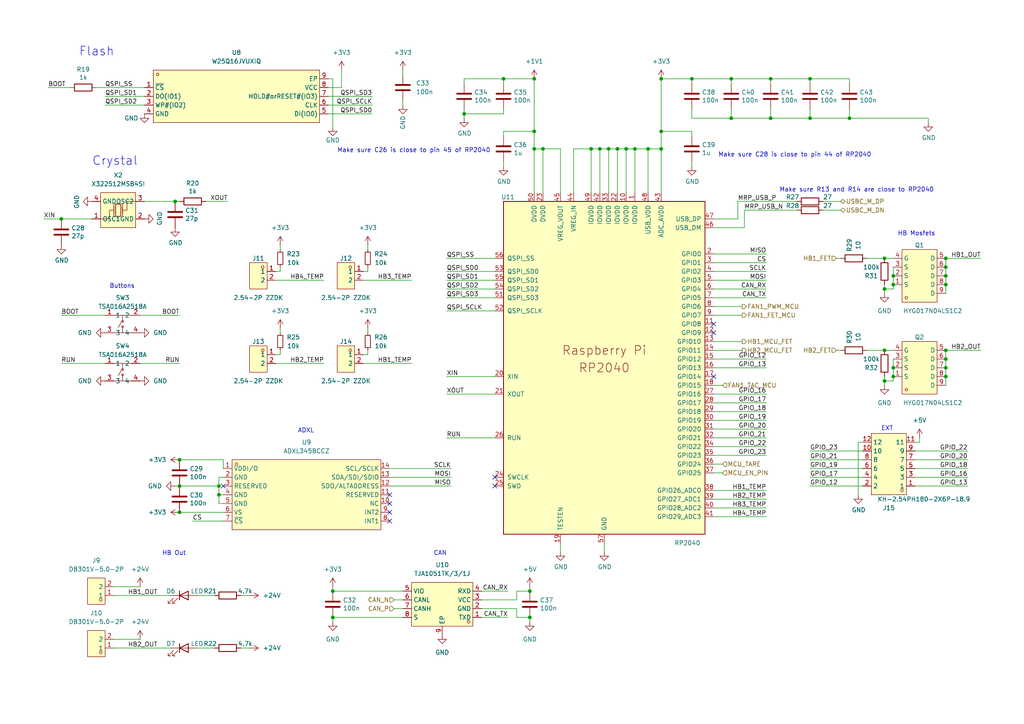
<source format=kicad_sch>
(kicad_sch (version 20230121) (generator eeschema)
  (paper "A4")
  (junction (at 256.54 110.49))
  (junction (at 246.38 34.29))
  (junction (at 96.52 171.45))
  (junction (at 274.32 82.55))
  (junction (at 274.32 77.47))
  (junction (at 191.77 38.1))
  (junction (at 212.09 34.29))
  (junction (at 274.32 109.22))
  (junction (at 179.07 43.18))
  (junction (at 256.54 74.93))
  (junction (at 259.08 80.01))
  (junction (at 50.8 58.42))
  (junction (at 52.07 140.97))
  (junction (at 274.32 106.68))
  (junction (at 154.94 43.18))
  (junction (at 191.77 43.18))
  (junction (at 146.05 22.86))
  (junction (at 212.09 22.86))
  (junction (at 187.96 43.18))
  (junction (at 259.08 109.22))
  (junction (at 157.48 43.18))
  (junction (at 154.94 22.86))
  (junction (at 154.94 38.1))
  (junction (at 191.77 22.86))
  (junction (at 223.52 34.29))
  (junction (at 274.32 104.14))
  (junction (at 274.32 101.6))
  (junction (at 181.61 43.18))
  (junction (at 17.78 63.5))
  (junction (at 134.62 33.02))
  (junction (at 153.67 171.45))
  (junction (at 256.54 101.6))
  (junction (at 274.32 80.01))
  (junction (at 223.52 22.86))
  (junction (at 52.07 133.35))
  (junction (at 153.67 179.07))
  (junction (at 256.54 83.82))
  (junction (at 176.53 43.18))
  (junction (at 171.45 43.18))
  (junction (at 274.32 74.93))
  (junction (at 259.08 106.68))
  (junction (at 200.66 22.86))
  (junction (at 234.95 22.86))
  (junction (at 96.52 179.07))
  (junction (at 173.99 43.18))
  (junction (at 52.07 148.59))
  (junction (at 234.95 34.29))
  (junction (at 184.15 43.18))
  (junction (at 63.5 143.51))
  (junction (at 63.5 140.97))
  (junction (at 259.08 82.55))
  (no_connect (at 207.01 93.98))
  (no_connect (at 113.03 146.05))
  (no_connect (at 207.01 96.52))
  (no_connect (at 113.03 151.13))
  (no_connect (at 143.51 140.97))
  (no_connect (at 207.01 109.22))
  (no_connect (at 113.03 143.51))
  (no_connect (at 64.77 140.97))
  (no_connect (at 113.03 148.59))
  (no_connect (at 143.51 138.43))
  (wire (pts (xy 17.78 63.5) (xy 26.67 63.5)))
  (wire (pts (xy 259.08 83.82) (xy 259.08 82.55)))
  (wire (pts (xy 259.08 82.55) (xy 259.08 80.01)))
  (wire (pts (xy 80.01 105.41) (xy 93.98 105.41)))
  (wire (pts (xy 129.54 83.82) (xy 143.51 83.82)))
  (wire (pts (xy 207.01 73.66) (xy 222.25 73.66)))
  (wire (pts (xy 146.05 22.86) (xy 154.94 22.86)))
  (wire (pts (xy 207.01 114.3) (xy 222.25 114.3)))
  (wire (pts (xy 179.07 55.88) (xy 179.07 43.18)))
  (wire (pts (xy 96.52 170.18) (xy 96.52 171.45)))
  (wire (pts (xy 212.09 31.75) (xy 212.09 34.29)))
  (wire (pts (xy 207.01 147.32) (xy 222.25 147.32)))
  (wire (pts (xy 207.01 129.54) (xy 222.25 129.54)))
  (wire (pts (xy 242.57 74.93) (xy 243.84 74.93)))
  (wire (pts (xy 17.78 91.44) (xy 30.48 91.44)))
  (wire (pts (xy 134.62 24.13) (xy 134.62 22.86)))
  (wire (pts (xy 33.02 170.18) (xy 40.64 170.18)))
  (wire (pts (xy 81.28 102.87) (xy 80.01 102.87)))
  (wire (pts (xy -39.37 25.4) (xy -30.48 25.4)))
  (wire (pts (xy 146.05 38.1) (xy 154.94 38.1)))
  (wire (pts (xy 234.95 31.75) (xy 234.95 34.29)))
  (wire (pts (xy 207.01 121.92) (xy 222.25 121.92)))
  (wire (pts (xy 40.64 105.41) (xy 52.07 105.41)))
  (wire (pts (xy 207.01 149.86) (xy 222.25 149.86)))
  (wire (pts (xy 81.28 71.12) (xy 81.28 72.39)))
  (wire (pts (xy 95.25 33.02) (xy 107.95 33.02)))
  (wire (pts (xy 207.01 106.68) (xy 222.25 106.68)))
  (wire (pts (xy 153.67 179.07) (xy 149.86 179.07)))
  (wire (pts (xy 223.52 24.13) (xy 223.52 22.86)))
  (wire (pts (xy 95.25 25.4) (xy 99.06 25.4)))
  (wire (pts (xy 250.19 130.81) (xy 234.95 130.81)))
  (wire (pts (xy 212.09 34.29) (xy 200.66 34.29)))
  (wire (pts (xy 176.53 55.88) (xy 176.53 43.18)))
  (wire (pts (xy 179.07 43.18) (xy 181.61 43.18)))
  (wire (pts (xy 30.48 30.48) (xy 41.91 30.48)))
  (wire (pts (xy 116.84 29.21) (xy 116.84 30.48)))
  (wire (pts (xy 81.28 78.74) (xy 81.28 77.47)))
  (wire (pts (xy -41.91 27.94) (xy -30.48 27.94)))
  (wire (pts (xy 50.8 58.42) (xy 52.07 58.42)))
  (wire (pts (xy 184.15 43.18) (xy 187.96 43.18)))
  (wire (pts (xy 280.67 130.81) (xy 265.43 130.81)))
  (wire (pts (xy 259.08 106.68) (xy 259.08 104.14)))
  (wire (pts (xy 106.68 95.25) (xy 106.68 96.52)))
  (wire (pts (xy 173.99 43.18) (xy 176.53 43.18)))
  (wire (pts (xy 280.67 140.97) (xy 265.43 140.97)))
  (wire (pts (xy 162.56 55.88) (xy 162.56 43.18)))
  (wire (pts (xy 274.32 109.22) (xy 274.32 106.68)))
  (wire (pts (xy 64.77 146.05) (xy 63.5 146.05)))
  (wire (pts (xy 176.53 43.18) (xy 179.07 43.18)))
  (wire (pts (xy 251.46 74.93) (xy 256.54 74.93)))
  (wire (pts (xy 57.15 172.72) (xy 62.23 172.72)))
  (wire (pts (xy 30.48 27.94) (xy 41.91 27.94)))
  (wire (pts (xy 250.19 140.97) (xy 234.95 140.97)))
  (wire (pts (xy 129.54 81.28) (xy 143.51 81.28)))
  (wire (pts (xy 40.64 91.44) (xy 52.07 91.44)))
  (wire (pts (xy 52.07 133.35) (xy 64.77 133.35)))
  (wire (pts (xy 162.56 157.48) (xy 162.56 160.02)))
  (wire (pts (xy 57.15 187.96) (xy 62.23 187.96)))
  (wire (pts (xy 166.37 43.18) (xy 171.45 43.18)))
  (wire (pts (xy 207.01 142.24) (xy 222.25 142.24)))
  (wire (pts (xy 274.32 104.14) (xy 274.32 101.6)))
  (wire (pts (xy 143.51 114.3) (xy 129.54 114.3)))
  (wire (pts (xy 212.09 24.13) (xy 212.09 22.86)))
  (wire (pts (xy 106.68 77.47) (xy 106.68 78.74)))
  (wire (pts (xy 248.92 128.27) (xy 250.19 128.27)))
  (wire (pts (xy 274.32 101.6) (xy 284.48 101.6)))
  (wire (pts (xy 280.67 135.89) (xy 265.43 135.89)))
  (wire (pts (xy 72.39 187.96) (xy 69.85 187.96)))
  (wire (pts (xy 213.995 58.42) (xy 231.14 58.42)))
  (wire (pts (xy 207.01 86.36) (xy 222.25 86.36)))
  (wire (pts (xy 27.94 25.4) (xy 41.91 25.4)))
  (wire (pts (xy 200.66 39.37) (xy 200.66 38.1)))
  (wire (pts (xy 207.01 111.76) (xy 209.55 111.76)))
  (wire (pts (xy 129.54 86.36) (xy 143.51 86.36)))
  (wire (pts (xy 95.25 30.48) (xy 107.95 30.48)))
  (wire (pts (xy 134.62 33.02) (xy 146.05 33.02)))
  (wire (pts (xy 187.96 55.88) (xy 187.96 43.18)))
  (wire (pts (xy 149.86 179.07) (xy 149.86 176.53)))
  (wire (pts (xy 175.26 157.48) (xy 175.26 160.02)))
  (wire (pts (xy 207.01 119.38) (xy 222.25 119.38)))
  (wire (pts (xy 153.67 171.45) (xy 153.67 170.18)))
  (wire (pts (xy 234.95 24.13) (xy 234.95 22.86)))
  (wire (pts (xy 246.38 24.13) (xy 246.38 22.86)))
  (wire (pts (xy 64.77 133.35) (xy 64.77 135.89)))
  (wire (pts (xy 52.07 148.59) (xy 64.77 148.59)))
  (wire (pts (xy 207.01 116.84) (xy 222.25 116.84)))
  (wire (pts (xy 266.7 128.27) (xy 266.7 127)))
  (wire (pts (xy 200.66 24.13) (xy 200.66 22.86)))
  (wire (pts (xy 154.94 22.86) (xy 154.94 38.1)))
  (wire (pts (xy 129.54 78.74) (xy 143.51 78.74)))
  (wire (pts (xy 274.32 74.93) (xy 284.48 74.93)))
  (wire (pts (xy 259.08 110.49) (xy 259.08 109.22)))
  (wire (pts (xy 154.94 43.18) (xy 154.94 55.88)))
  (wire (pts (xy 139.7 173.99) (xy 149.86 173.99)))
  (wire (pts (xy 17.78 105.41) (xy 30.48 105.41)))
  (wire (pts (xy 146.05 46.99) (xy 146.05 48.26)))
  (wire (pts (xy 63.5 143.51) (xy 63.5 140.97)))
  (wire (pts (xy 256.54 110.49) (xy 256.54 109.22)))
  (wire (pts (xy 106.68 101.6) (xy 106.68 102.87)))
  (wire (pts (xy 248.92 128.27) (xy 248.92 143.51)))
  (wire (pts (xy 171.45 55.88) (xy 171.45 43.18)))
  (wire (pts (xy 191.77 22.86) (xy 191.77 38.1)))
  (wire (pts (xy 191.77 43.18) (xy 191.77 55.88)))
  (wire (pts (xy 105.41 105.41) (xy 119.38 105.41)))
  (wire (pts (xy -30.48 22.86) (xy -39.37 22.86)))
  (wire (pts (xy 81.28 78.74) (xy 80.01 78.74)))
  (wire (pts (xy 207.01 124.46) (xy 222.25 124.46)))
  (wire (pts (xy 106.68 78.74) (xy 105.41 78.74)))
  (wire (pts (xy 96.52 171.45) (xy 116.84 171.45)))
  (wire (pts (xy 63.5 143.51) (xy 64.77 143.51)))
  (wire (pts (xy 200.66 22.86) (xy 212.09 22.86)))
  (wire (pts (xy 200.66 31.75) (xy 200.66 34.29)))
  (wire (pts (xy 207.01 104.14) (xy 222.25 104.14)))
  (wire (pts (xy 274.32 85.09) (xy 274.32 82.55)))
  (wire (pts (xy 259.08 80.01) (xy 259.08 77.47)))
  (wire (pts (xy 52.07 140.97) (xy 63.5 140.97)))
  (wire (pts (xy 113.03 140.97) (xy 130.81 140.97)))
  (wire (pts (xy 243.84 101.6) (xy 242.57 101.6)))
  (wire (pts (xy 191.77 22.86) (xy 200.66 22.86)))
  (wire (pts (xy 166.37 55.88) (xy 166.37 43.18)))
  (wire (pts (xy 63.5 138.43) (xy 64.77 138.43)))
  (wire (pts (xy 116.84 20.32) (xy 116.84 21.59)))
  (wire (pts (xy 207.01 63.5) (xy 213.995 63.5)))
  (wire (pts (xy 162.56 43.18) (xy 157.48 43.18)))
  (wire (pts (xy 33.02 185.42) (xy 40.64 185.42)))
  (wire (pts (xy 238.76 60.96) (xy 243.84 60.96)))
  (wire (pts (xy -41.91 26.67) (xy -41.91 27.94)))
  (wire (pts (xy 41.91 58.42) (xy 50.8 58.42)))
  (wire (pts (xy 207.01 144.78) (xy 222.25 144.78)))
  (wire (pts (xy 63.5 146.05) (xy 63.5 143.51)))
  (wire (pts (xy 134.62 33.02) (xy 134.62 34.29)))
  (wire (pts (xy 256.54 83.82) (xy 256.54 82.55)))
  (wire (pts (xy 223.52 31.75) (xy 223.52 34.29)))
  (wire (pts (xy 20.32 25.4) (xy 13.97 25.4)))
  (wire (pts (xy 139.7 171.45) (xy 147.32 171.45)))
  (wire (pts (xy 134.62 31.75) (xy 134.62 33.02)))
  (wire (pts (xy 106.68 102.87) (xy 105.41 102.87)))
  (wire (pts (xy 207.01 76.2) (xy 222.25 76.2)))
  (wire (pts (xy 81.28 101.6) (xy 81.28 102.87)))
  (wire (pts (xy 207.01 101.6) (xy 215.265 101.6)))
  (wire (pts (xy 223.52 22.86) (xy 234.95 22.86)))
  (wire (pts (xy 181.61 43.18) (xy 184.15 43.18)))
  (wire (pts (xy 157.48 55.88) (xy 157.48 43.18)))
  (wire (pts (xy 146.05 39.37) (xy 146.05 38.1)))
  (wire (pts (xy 274.32 80.01) (xy 274.32 77.47)))
  (wire (pts (xy 96.52 180.34) (xy 96.52 179.07)))
  (wire (pts (xy 215.9 60.96) (xy 215.9 66.04)))
  (wire (pts (xy 200.66 46.99) (xy 200.66 48.26)))
  (wire (pts (xy 207.01 81.28) (xy 222.25 81.28)))
  (wire (pts (xy 274.32 111.76) (xy 274.32 109.22)))
  (wire (pts (xy 213.995 58.42) (xy 213.995 63.5)))
  (wire (pts (xy 143.51 74.93) (xy 129.54 74.93)))
  (wire (pts (xy 250.19 133.35) (xy 234.95 133.35)))
  (wire (pts (xy 173.99 55.88) (xy 173.99 43.18)))
  (wire (pts (xy 207.01 88.9) (xy 215.265 88.9)))
  (wire (pts (xy 207.01 127) (xy 222.25 127)))
  (wire (pts (xy 154.94 38.1) (xy 154.94 43.18)))
  (wire (pts (xy 99.06 20.32) (xy 99.06 25.4)))
  (wire (pts (xy 149.86 176.53) (xy 139.7 176.53)))
  (wire (pts (xy 207.01 132.08) (xy 222.25 132.08)))
  (wire (pts (xy 149.86 173.99) (xy 149.86 171.45)))
  (wire (pts (xy -35.56 20.32) (xy -30.48 20.32)))
  (wire (pts (xy 250.19 138.43) (xy 234.95 138.43)))
  (wire (pts (xy 72.39 172.72) (xy 69.85 172.72)))
  (wire (pts (xy 33.02 187.96) (xy 49.53 187.96)))
  (wire (pts (xy 96.52 22.86) (xy 95.25 22.86)))
  (wire (pts (xy 114.3 173.99) (xy 116.84 173.99)))
  (wire (pts (xy 113.03 135.89) (xy 130.81 135.89)))
  (wire (pts (xy 207.01 134.62) (xy 209.55 134.62)))
  (wire (pts (xy 143.51 90.17) (xy 129.54 90.17)))
  (wire (pts (xy 246.38 34.29) (xy 269.24 34.29)))
  (wire (pts (xy 146.05 33.02) (xy 146.05 31.75)))
  (wire (pts (xy 246.38 31.75) (xy 246.38 34.29)))
  (wire (pts (xy 256.54 101.6) (xy 259.08 101.6)))
  (wire (pts (xy 256.54 111.76) (xy 256.54 110.49)))
  (wire (pts (xy 149.86 171.45) (xy 153.67 171.45)))
  (wire (pts (xy 238.76 58.42) (xy 243.84 58.42)))
  (wire (pts (xy 269.24 34.29) (xy 269.24 35.56)))
  (wire (pts (xy 256.54 74.93) (xy 259.08 74.93)))
  (wire (pts (xy 139.7 179.07) (xy 147.32 179.07)))
  (wire (pts (xy 171.45 43.18) (xy 173.99 43.18)))
  (wire (pts (xy 143.51 127) (xy 129.54 127)))
  (wire (pts (xy 251.46 101.6) (xy 256.54 101.6)))
  (wire (pts (xy 81.28 95.25) (xy 81.28 96.52)))
  (wire (pts (xy 96.52 22.86) (xy 96.52 36.83)))
  (wire (pts (xy 157.48 43.18) (xy 154.94 43.18)))
  (wire (pts (xy 207.01 78.74) (xy 222.25 78.74)))
  (wire (pts (xy 184.15 43.18) (xy 184.15 55.88)))
  (wire (pts (xy 207.01 83.82) (xy 222.25 83.82)))
  (wire (pts (xy 55.88 151.13) (xy 64.77 151.13)))
  (wire (pts (xy 207.01 99.06) (xy 215.265 99.06)))
  (wire (pts (xy 256.54 83.82) (xy 259.08 83.82)))
  (wire (pts (xy 207.01 137.16) (xy 209.55 137.16)))
  (wire (pts (xy 234.95 22.86) (xy 246.38 22.86)))
  (wire (pts (xy 207.01 91.44) (xy 215.265 91.44)))
  (wire (pts (xy 234.95 34.29) (xy 223.52 34.29)))
  (wire (pts (xy 95.25 27.94) (xy 107.95 27.94)))
  (wire (pts (xy 113.03 138.43) (xy 130.81 138.43)))
  (wire (pts (xy 50.8 140.97) (xy 52.07 140.97)))
  (wire (pts (xy 280.67 138.43) (xy 265.43 138.43)))
  (wire (pts (xy 134.62 22.86) (xy 146.05 22.86)))
  (wire (pts (xy 250.19 135.89) (xy 234.95 135.89)))
  (wire (pts (xy 215.9 60.96) (xy 231.14 60.96)))
  (wire (pts (xy 146.05 24.13) (xy 146.05 22.86)))
  (wire (pts (xy 106.68 71.12) (xy 106.68 72.39)))
  (wire (pts (xy 274.32 77.47) (xy 274.32 74.93)))
  (wire (pts (xy 223.52 34.29) (xy 212.09 34.29)))
  (wire (pts (xy 274.32 82.55) (xy 274.32 80.01)))
  (wire (pts (xy 266.7 128.27) (xy 265.43 128.27)))
  (wire (pts (xy 153.67 180.34) (xy 153.67 179.07)))
  (wire (pts (xy 105.41 81.28) (xy 119.38 81.28)))
  (wire (pts (xy 256.54 83.82) (xy 256.54 85.09)))
  (wire (pts (xy 114.3 176.53) (xy 116.84 176.53)))
  (wire (pts (xy 80.01 81.28) (xy 93.98 81.28)))
  (wire (pts (xy 187.96 43.18) (xy 191.77 43.18)))
  (wire (pts (xy 33.02 172.72) (xy 49.53 172.72)))
  (wire (pts (xy 96.52 179.07) (xy 116.84 179.07)))
  (wire (pts (xy 259.08 109.22) (xy 259.08 106.68)))
  (wire (pts (xy 191.77 38.1) (xy 200.66 38.1)))
  (wire (pts (xy 12.7 63.5) (xy 17.78 63.5)))
  (wire (pts (xy 129.54 109.22) (xy 143.51 109.22)))
  (wire (pts (xy 63.5 140.97) (xy 63.5 138.43)))
  (wire (pts (xy 215.9 66.04) (xy 207.01 66.04)))
  (wire (pts (xy 274.32 106.68) (xy 274.32 104.14)))
  (wire (pts (xy 256.54 110.49) (xy 259.08 110.49)))
  (wire (pts (xy 212.09 22.86) (xy 223.52 22.86)))
  (wire (pts (xy 246.38 34.29) (xy 234.95 34.29)))
  (wire (pts (xy 181.61 55.88) (xy 181.61 43.18)))
  (wire (pts (xy 191.77 38.1) (xy 191.77 43.18)))
  (wire (pts (xy 280.67 133.35) (xy 265.43 133.35)))
  (wire (pts (xy 59.69 58.42) (xy 66.04 58.42)))
  (text "ADXL" (at 86.36 125.73 0) (effects (font (size 1.27 1.27)) (justify left bottom)))
  (text "CAN" (at 125.73 161.29 0) (effects (font (size 1.27 1.27)) (justify left bottom)))
  (text "Make sure R13 and R14 are close to RP2040" (at 226.06 55.88 0) (effects (font (size 1.27 1.27)) (justify left bottom)))
  (text "Flash" (at 22.86 16.51 0) (effects (font (size 2.54 2.54)) (justify left bottom)))
  (text "EXT" (at 259.08 125.095 0) (effects (font (size 1.27 1.27)) (justify right bottom)))
  (text "Make sure C26 is close to pin 45 of RP2040" (at 97.79 44.45 0) (effects (font (size 1.27 1.27)) (justify left bottom)))
  (text "Buttons" (at 31.75 83.82 0) (effects (font (size 1.27 1.27)) (justify left bottom)))
  (text "Make sure C28 is close to pin 44 of RP2040" (at 208.28 45.72 0) (effects (font (size 1.27 1.27)) (justify left bottom)))
  (text "HB Mosfets" (at 260.35 68.58 0) (effects (font (size 1.27 1.27)) (justify left bottom)))
  (text "Crystal" (at 26.67 48.26 0) (effects (font (size 2.54 2.54)) (justify left bottom)))
  (text "HB Out" (at 46.99 161.29 0) (effects (font (size 1.27 1.27)) (justify left bottom)))
  (label "GPIO_17" (at 222.25 116.84 180))
  (label "GPIO_16" (at 280.67 138.43 180))
  (label "QSPI_SD1" (at 30.48 27.94 0))
  (label "HB4_TEMP" (at 93.98 81.28 180))
  (label "RUN" (at -39.37 25.4 0))
  (label "QSPI_SS" (at 30.48 25.4 0))
  (label "XIN" (at 129.54 109.22 0))
  (label "HB2_TEMP" (at 93.98 105.41 180))
  (label "GPIO_20" (at 280.67 133.35 180))
  (label "QSPI_SS" (at 129.54 74.93 0))
  (label "MISO" (at 222.25 73.66 180))
  (label "QSPI_SD3" (at 129.54 86.36 0))
  (label "CAN_RX" (at 147.32 171.45 180))
  (label "GPIO_16" (at 222.25 114.3 180))
  (label "CS" (at 55.88 151.13 0))
  (label "GPIO_19" (at 234.95 135.89 0))
  (label "HB3_TEMP" (at 119.38 81.28 180))
  (label "MISO" (at 130.81 140.97 180))
  (label "QSPI_SD3" (at 107.95 27.94 180))
  (label "SCLK" (at 130.81 135.89 180))
  (label "HB1_TEMP" (at 222.25 142.24 180))
  (label "HB1_TEMP" (at 119.38 105.41 180))
  (label "GPIO_21" (at 234.95 133.35 0))
  (label "GPIO_23" (at 234.95 130.81 0))
  (label "RUN" (at 129.54 127 0))
  (label "HB4_TEMP" (at 222.25 149.86 180))
  (label "GPIO_13" (at 280.67 140.97 180))
  (label "RUN" (at 52.07 105.41 180))
  (label "GPIO_19" (at 222.25 121.92 180))
  (label "HB1_OUT" (at 45.72 172.72 180))
  (label "QSPI_SCLK" (at 107.95 30.48 180))
  (label "GPIO_17" (at 234.95 138.43 0))
  (label "GPIO_12" (at 234.95 140.97 0))
  (label "QSPI_SD0" (at 129.54 78.74 0))
  (label "QSPI_SD2" (at 129.54 83.82 0))
  (label "XIN" (at -35.56 20.32 0))
  (label "HB3_TEMP" (at 222.25 147.32 180))
  (label "QSPI_SD1" (at 129.54 81.28 0))
  (label "CAN_RX" (at 222.25 83.82 180))
  (label "BOOT" (at 13.97 25.4 0))
  (label "GPIO_20" (at 222.25 124.46 180))
  (label "QSPI_SS" (at -39.37 22.86 0))
  (label "CAN_TX" (at 147.32 179.07 180))
  (label "CAN_TX" (at 222.25 86.36 180))
  (label "HB2_TEMP" (at 222.25 144.78 180))
  (label "GPIO_18" (at 280.67 135.89 180))
  (label "GPIO_13" (at 222.25 106.68 180))
  (label "BOOT" (at 17.78 91.44 0))
  (label "MRP_USB_N" (at 215.9 60.96 0))
  (label "HB1_OUT" (at 284.48 74.93 180))
  (label "SCLK" (at 222.25 78.74 180))
  (label "MRP_USB_P" (at 213.995 58.42 0))
  (label "XOUT" (at 129.54 114.3 0))
  (label "GPIO_21" (at 222.25 127 180))
  (label "MOSI" (at 130.81 138.43 180))
  (label "GPIO_23" (at 222.25 132.08 180))
  (label "QSPI_SD2" (at 30.48 30.48 0))
  (label "XIN" (at 12.7 63.5 0))
  (label "HB2_OUT" (at 284.48 101.6 180))
  (label "XOUT" (at 66.04 58.42 180))
  (label "GPIO_18" (at 222.25 119.38 180))
  (label "RUN" (at 17.78 105.41 0))
  (label "MOSI" (at 222.25 81.28 180))
  (label "QSPI_SCLK" (at 129.54 90.17 0))
  (label "GPIO_22" (at 280.67 130.81 180))
  (label "GPIO_12" (at 222.25 104.14 180))
  (label "GPIO_22" (at 222.25 129.54 180))
  (label "BOOT" (at 52.07 91.44 180))
  (label "QSPI_SD0" (at 107.95 33.02 180))
  (label "HB2_OUT" (at 45.72 187.96 180))
  (label "CS" (at 222.25 76.2 180))
  (hierarchical_label "HB1_FET" (shape input) (at 242.57 74.93 180))
  (hierarchical_label "USBC_M_DN" (shape bidirectional) (at 243.84 60.96 0))
  (hierarchical_label "MCU_EN_PIN" (shape input) (at 209.55 137.16 0))
  (hierarchical_label "USBC_M_DP" (shape bidirectional) (at 243.84 58.42 0))
  (hierarchical_label "CAN_P" (shape input) (at 114.3 176.53 180))
  (hierarchical_label "HB2_MCU_FET" (shape output) (at 215.265 101.6 0))
  (hierarchical_label "FAN1_TAC_MCU" (shape input) (at 209.55 111.76 0))
  (hierarchical_label "FAN1_FET_MCU" (shape output) (at 215.265 91.44 0))
  (hierarchical_label "CAN_N" (shape input) (at 114.3 173.99 180))
  (hierarchical_label "MCU_TARE" (shape input) (at 209.55 134.62 0))
  (hierarchical_label "HB1_MCU_FET" (shape output) (at 215.265 99.06 0))
  (hierarchical_label "FAN1_PWM_MCU" (shape output) (at 215.265 88.9 0))
  (hierarchical_label "HB2_FET" (shape input) (at 242.57 101.6 180))
  (symbol (lib_id "power:+3V3") (at 99.06 20.32 0) (unit 1)
    (property "Reference" "#PWR080" (effects hide))
    (property "Value" "+3V3" (at 99.06 15.24 0))
  )
  (symbol (lib_id "Device:C") (at 153.67 175.26 0) (unit 1)
    (property "Reference" "C37" (at 156.591 174.0916 0) (effects (justify left)))
    (property "Value" "100n" (at 156.591 176.403 0) (effects (justify left)))
    (property "Footprint" "Capacitor_SMD:C_0402_1005Metric" (effects hide))
    (instances (project "BedMCU" (path "" (reference "C37") (unit 1))) (project "RP2040_minimal" (path "" (reference "C6") (unit 1))))
  )
  (symbol (lib_id "Device:R") (at 247.65 101.6 90) (mirror x) (unit 1)
    (property "Reference" "R30" (at 246.38 97.79 0))
    (property "Value" "10" (at 248.92 97.79 0))
    (property "Footprint" "Resistor_SMD:R_0402_1005Metric" (effects hide))
    (instances (project "BedMCU" (path "" (reference "R30") (unit 1))) (project "RP2040_minimal" (path "" (reference "R4") (unit 1))))
  )
  (symbol (lib_id "easyeda2kicad:2.54-2PZZDK") (at 74.93 80.01 0) (mirror y) (unit 1)
    (property "Reference" "J11" (at 74.93 74.93 0))
    (property "Value" "2.54-2P ZZDK" (at 74.93 86.36 0))
    (property "Footprint" "Connector_JST:JST_XH_B2B-XH-A_1x02_P2.50mm_Vertical" (effects hide))
    (property "LCSC Part" "C18185649" (effects hide))
  )
  (symbol (lib_id "Device:R") (at 234.95 60.96 270) (unit 1)
    (property "Reference" "R28" (at 229.87 59.69 90))
    (property "Value" "27" (at 240.03 59.69 90))
    (property "Footprint" "Resistor_SMD:R_0402_1005Metric" (effects hide))
    (instances (project "BedMCU" (path "" (reference "R28") (unit 1))) (project "RP2040_minimal" (path "" (reference "R4") (unit 1))))
  )
  (symbol (lib_id "Device:C") (at 17.78 67.31 0) (unit 1)
    (property "Reference" "C28" (at 20.701 66.1416 0) (effects (justify left)))
    (property "Value" "27p" (at 20.701 68.453 0) (effects (justify left)))
    (property "Footprint" "Capacitor_SMD:C_0402_1005Metric" (effects hide))
    (instances (project "BedMCU" (path "" (reference "C28") (unit 1))) (project "RP2040_minimal" (path "" (reference "C3") (unit 1))))
  )
  (symbol (lib_id "Device:R_Small") (at 81.28 74.93 0) (mirror y) (unit 1)
    (property "Reference" "R23" (at 85.09 73.66 0))
    (property "Value" "10k" (at 85.09 76.2 0))
    (property "Footprint" "Resistor_SMD:R_0402_1005Metric" (effects hide))
  )
  (symbol (lib_id "Device:R") (at 247.65 74.93 90) (mirror x) (unit 1)
    (property "Reference" "R29" (at 246.38 71.12 0))
    (property "Value" "10" (at 248.92 71.12 0))
    (property "Footprint" "Resistor_SMD:R_0402_1005Metric" (effects hide))
    (instances (project "BedMCU" (path "" (reference "R29") (unit 1))) (project "RP2040_minimal" (path "" (reference "R4") (unit 1))))
  )
  (symbol (lib_id "Device:C") (at 200.66 43.18 0) (unit 1)
    (property "Reference" "C39" (at 203.581 42.0116 0) (effects (justify left)))
    (property "Value" "1u" (at 203.581 44.323 0) (effects (justify left)))
    (property "Footprint" "Capacitor_SMD:C_0402_1005Metric" (effects hide))
    (instances (project "BedMCU" (path "" (reference "C39") (unit 1))) (project "RP2040_minimal" (path "" (reference "C10") (unit 1))))
  )
  (symbol (lib_id "power:GND") (at 96.52 36.83 0) (unit 1)
    (property "Reference" "#PWR077" (effects hide))
    (property "Value" "GND" (at 96.52 40.64 0))
    (instances (project "BedMCU" (path "" (reference "#PWR077") (unit 1))) (project "RP2040_minimal" (path "" (reference "#PWR08") (unit 1))))
  )
  (symbol (lib_id "power:+1V1") (at -41.91 26.67 0) (unit 1)
    (property "Reference" "#PWR0132" (effects hide))
    (property "Value" "+1V1" (at -41.91 21.59 0))
  )
  (symbol (lib_id "power:+24V") (at 40.64 170.18 0) (unit 1)
    (property "Reference" "#PWR066" (effects hide))
    (property "Value" "+24V" (at 40.64 165.1 0))
  )
  (symbol (lib_id "easyeda2kicad:W25Q16JVUXIQ") (at 68.58 29.21 0) (unit 1)
    (property "Reference" "U8" (at 68.58 15.24 0))
    (property "Value" "W25Q16JVUXIQ" (at 68.58 17.78 0))
    (property "Footprint" "easyeda2kicad:USON-8_L3.0-W2.0-P0.50-BL-EP" (effects hide))
    (property "LCSC Part" "C2843335" (effects hide))
  )
  (symbol (lib_id "power:GND") (at 40.64 96.52 90) (unit 1)
    (property "Reference" "#PWR069" (effects hide))
    (property "Value" "GND" (at 44.45 96.52 90) (effects (justify right)))
  )
  (symbol (lib_id "power:GND") (at 128.27 184.15 0) (unit 1)
    (property "Reference" "#PWR086" (effects hide))
    (property "Value" "GND" (at 128.27 189.23 0))
  )
  (symbol (lib_id "Device:R") (at 66.04 172.72 90) (unit 1)
    (property "Reference" "R21" (at 60.96 171.45 90))
    (property "Value" "4.7k" (at 71.12 171.45 90))
    (property "Footprint" "Resistor_SMD:R_0402_1005Metric" (effects hide))
    (instances (project "BedMCU" (path "" (reference "R21") (unit 1))) (project "RP2040_minimal" (path "" (reference "R4") (unit 1))))
  )
  (symbol (lib_id "Connector:TestPoint") (at -30.48 27.94 270) (unit 1)
    (property "Reference" "TP18" (at -21.59 27.94 90) (effects (justify right)))
    (property "Value" "TestPoint" (effects hide))
    (property "Footprint" "Selfmade Stuff:TestPoint_Pad_D0.7mm_NoSilk" (effects hide))
  )
  (symbol (lib_id "power:+3V3") (at 81.28 71.12 0) (mirror y) (unit 1)
    (property "Reference" "#PWR081" (effects hide))
    (property "Value" "+3V3" (at 81.28 66.04 0))
  )
  (symbol (lib_id "power:GND") (at 50.8 140.97 270) (unit 1)
    (property "Reference" "#PWR071" (effects hide))
    (property "Value" "GND" (at 46.99 140.97 90) (effects (justify right)))
  )
  (symbol (lib_id "power:GND") (at 41.91 63.5 90) (unit 1)
    (property "Reference" "#PWR072" (effects hide))
    (property "Value" "GND" (at 46.3042 63.373 0))
    (instances (project "BedMCU" (path "" (reference "#PWR072") (unit 1))) (project "RP2040_minimal" (path "" (reference "#PWR06") (unit 1))))
  )
  (symbol (lib_id "easyeda2kicad:TSA016A2518A") (at 35.56 107.95 0) (unit 1)
    (property "Reference" "SW4" (at 35.56 100.33 0))
    (property "Value" "TSA016A2518A" (at 35.56 102.87 0))
    (property "Footprint" "easyeda2kicad:KEY-SMD_4P-L4.2-W3.4-P2.15-LS4.5-TL" (effects hide))
    (property "LCSC Part" "C2888427" (effects hide))
  )
  (symbol (lib_id "Connector:TestPoint") (at -30.48 20.32 270) (unit 1)
    (property "Reference" "TP15" (at -21.59 20.32 90) (effects (justify right)))
    (property "Value" "TestPoint" (effects hide))
    (property "Footprint" "Selfmade Stuff:TestPoint_Pad_D0.7mm_NoSilk" (effects hide))
  )
  (symbol (lib_id "power:GND") (at 41.91 33.02 0) (unit 1)
    (property "Reference" "#PWR068" (effects hide))
    (property "Value" "GND" (at 38.1 34.29 0))
    (instances (project "BedMCU" (path "" (reference "#PWR068") (unit 1))) (project "RP2040_minimal" (path "" (reference "#PWR08") (unit 1))))
  )
  (symbol (lib_id "power:GND") (at 256.54 111.76 0) (mirror y) (unit 1)
    (property "Reference" "#PWR098" (effects hide))
    (property "Value" "GND" (at 256.54 116.84 0))
  )
  (symbol (lib_id "power:+3V3") (at 81.28 95.25 0) (mirror y) (unit 1)
    (property "Reference" "#PWR083" (effects hide))
    (property "Value" "+3V3" (at 81.28 90.17 0))
  )
  (symbol (lib_id "Device:C") (at 212.09 27.94 0) (unit 1)
    (property "Reference" "C40" (at 215.011 26.7716 0) (effects (justify left)))
    (property "Value" "100n" (at 215.011 29.083 0) (effects (justify left)))
    (property "Footprint" "Capacitor_SMD:C_0402_1005Metric" (effects hide))
    (instances (project "BedMCU" (path "" (reference "C40") (unit 1))) (project "RP2040_minimal" (path "" (reference "C11") (unit 1))))
  )
  (symbol (lib_id "power:+3V3") (at 191.77 22.86 0) (unit 1)
    (property "Reference" "#PWR094" (effects hide))
    (property "Value" "+3V3" (at 191.77 17.78 0))
  )
  (symbol (lib_id "Device:C") (at 52.07 137.16 0) (unit 1)
    (property "Reference" "C29" (at 54.991 135.9916 0) (effects (justify left)))
    (property "Value" "100n" (at 54.991 138.303 0) (effects (justify left)))
    (property "Footprint" "Capacitor_SMD:C_0402_1005Metric" (effects hide))
    (instances (project "BedMCU" (path "" (reference "C29") (unit 1))) (project "RP2040_minimal" (path "" (reference "C6") (unit 1))))
  )
  (symbol (lib_id "Device:C") (at 200.66 27.94 0) (unit 1)
    (property "Reference" "C38" (at 203.581 26.7716 0) (effects (justify left)))
    (property "Value" "100n" (at 203.581 29.083 0) (effects (justify left)))
    (property "Footprint" "Capacitor_SMD:C_0402_1005Metric" (effects hide))
    (instances (project "BedMCU" (path "" (reference "C38") (unit 1))) (project "RP2040_minimal" (path "" (reference "C9") (unit 1))))
  )
  (symbol (lib_id "easyeda2kicad:X322512MSB4SI") (at 34.29 60.96 0) (unit 1)
    (property "Reference" "X2" (at 34.29 50.8 0))
    (property "Value" "X322512MSB4SI" (at 34.29 53.34 0))
    (property "Footprint" "easyeda2kicad:OSC-SMD_4P-L3.2-W2.5-BL" (effects hide))
    (property "Datasheet" "https://lcsc.com/product-detail/SMD-Crystals_YSX321SL-12MHZ-20PF-10PPM-40-85_C9002.html" (effects hide))
    (property "LCSC Part" "C9002" (effects hide))
  )
  (symbol (lib_id "power:GND") (at 116.84 30.48 0) (unit 1)
    (property "Reference" "#PWR085" (effects hide))
    (property "Value" "GND" (at 116.84 35.56 90))
    (instances (project "BedMCU" (path "" (reference "#PWR085") (unit 1))) (project "RP2040_minimal" (path "" (reference "#PWR011") (unit 1))))
  )
  (symbol (lib_id "power:+5V") (at 153.67 170.18 0) (unit 1)
    (property "Reference" "#PWR090" (effects hide))
    (property "Value" "+5V" (at 153.67 165.1 0))
  )
  (symbol (lib_id "power:+24V") (at 72.39 172.72 270) (unit 1)
    (property "Reference" "#PWR075" (effects hide))
    (property "Value" "+24V" (at 76.2 172.72 90) (effects (justify left)))
  )
  (symbol (lib_id "power:+1V1") (at 154.94 22.86 0) (unit 1)
    (property "Reference" "#PWR089" (effects hide))
    (property "Value" "+1V1" (at 154.94 17.78 0))
  )
  (symbol (lib_id "Device:C") (at 246.38 27.94 0) (unit 1)
    (property "Reference" "C43" (at 249.301 26.7716 0) (effects (justify left)))
    (property "Value" "100n" (at 249.301 29.083 0) (effects (justify left)))
    (property "Footprint" "Capacitor_SMD:C_0402_1005Metric" (effects hide))
    (instances (project "BedMCU" (path "" (reference "C43") (unit 1))) (project "RP2040_minimal" (path "" (reference "C14") (unit 1))))
  )
  (symbol (lib_id "power:+3V3") (at 116.84 20.32 0) (unit 1)
    (property "Reference" "#PWR0138" (effects hide))
    (property "Value" "+3V3" (at 116.84 15.24 0))
  )
  (symbol (lib_id "Device:C") (at 96.52 175.26 0) (unit 1)
    (property "Reference" "C32" (at 99.441 174.0916 0) (effects (justify left)))
    (property "Value" "100n" (at 99.441 176.403 0) (effects (justify left)))
    (property "Footprint" "Capacitor_SMD:C_0402_1005Metric" (effects hide))
    (instances (project "BedMCU" (path "" (reference "C32") (unit 1))) (project "RP2040_minimal" (path "" (reference "C6") (unit 1))))
  )
  (symbol (lib_id "easyeda2kicad:DB301V-5.0-2P") (at 27.94 172.72 180) (unit 1)
    (property "Reference" "J9" (at 27.94 162.56 0))
    (property "Value" "DB301V-5.0-2P" (at 27.94 165.1 0))
    (property "Footprint" "TerminalBlock_Phoenix:TerminalBlock_Phoenix_MKDS-3-2-5.08_1x02_P5.08mm_Horizontal" (effects hide))
    (property "Datasheet" "https://lcsc.com/product-detail/Screw-terminal_DIBO-DB301V-5-0-2P_C395882.html" (effects hide))
    (property "LCSC Part" "C395882" (effects hide))
  )
  (symbol (lib_id "Device:R") (at 256.54 78.74 0) (mirror y) (unit 1)
    (property "Reference" "R31" (at 252.73 80.01 0))
    (property "Value" "100k" (at 252.73 77.47 0))
    (property "Footprint" "Resistor_SMD:R_0402_1005Metric" (effects hide))
    (instances (project "BedMCU" (path "" (reference "R31") (unit 1))) (project "RP2040_minimal" (path "" (reference "R4") (unit 1))))
  )
  (symbol (lib_id "power:GND") (at 26.67 58.42 270) (unit 1)
    (property "Reference" "#PWR063" (effects hide))
    (property "Value" "GND" (at 22.2758 58.547 0))
    (instances (project "BedMCU" (path "" (reference "#PWR063") (unit 1))) (project "RP2040_minimal" (path "" (reference "#PWR06") (unit 1))))
  )
  (symbol (lib_id "power:GND") (at 146.05 48.26 0) (unit 1)
    (property "Reference" "#PWR088" (effects hide))
    (property "Value" "GND" (at 146.177 52.6542 0))
    (instances (project "BedMCU" (path "" (reference "#PWR088") (unit 1))) (project "RP2040_minimal" (path "" (reference "#PWR013") (unit 1))))
  )
  (symbol (lib_id "power:+5V") (at 266.7 127 0) (unit 1)
    (property "Reference" "#PWR096" (effects hide))
    (property "Value" "+5V" (at 266.7 121.92 0))
  )
  (symbol (lib_id "easyeda2kicad:KH-2.54PH180-2X6P-L8.9") (at 257.81 134.62 180) (unit 1)
    (property "Reference" "J15" (at 257.81 147.32 0))
    (property "Value" "KH-2.54PH180-2X6P-L8.9" (at 267.97 144.78 0))
    (property "Footprint" "Connector_PinHeader_2.54mm:PinHeader_2x06_P2.54mm_Vertical" (effects hide))
    (property "LCSC Part" "C5157629" (effects hide))
  )
  (symbol (lib_id "power:GND") (at 153.67 180.34 0) (unit 1)
    (property "Reference" "#PWR091" (effects hide))
    (property "Value" "GND" (at 153.67 185.42 0))
  )
  (symbol (lib_id "Device:R_Small") (at 106.68 74.93 0) (mirror y) (unit 1)
    (property "Reference" "R24" (at 110.49 73.66 0))
    (property "Value" "10k" (at 110.49 76.2 0))
    (property "Footprint" "Resistor_SMD:R_0402_1005Metric" (effects hide))
  )
  (symbol (lib_id "easyeda2kicad:TJA1051TK_3_1J") (at 128.27 175.26 180) (unit 1)
    (property "Reference" "U10" (at 128.27 163.83 0))
    (property "Value" "TJA1051TK/3/1J" (at 128.27 166.37 0))
    (property "Footprint" "easyeda2kicad:HVSON-8_L3.0-W3.0-P0.65-BL-EP" (effects hide))
    (property "LCSC Part" "C2875699" (effects hide))
  )
  (symbol (lib_id "power:GND") (at 96.52 180.34 0) (unit 1)
    (property "Reference" "#PWR079" (effects hide))
    (property "Value" "GND" (at 96.52 185.42 0))
  )
  (symbol (lib_id "power:+3V3") (at 106.68 95.25 0) (mirror y) (unit 1)
    (property "Reference" "#PWR084" (effects hide))
    (property "Value" "+3V3" (at 106.68 90.17 0))
  )
  (symbol (lib_id "power:GND") (at 256.54 85.09 0) (mirror y) (unit 1)
    (property "Reference" "#PWR097" (effects hide))
    (property "Value" "GND" (at 256.54 90.17 0))
  )
  (symbol (lib_id "power:GND") (at 30.48 96.52 270) (unit 1)
    (property "Reference" "#PWR064" (effects hide))
    (property "Value" "GND" (at 26.67 96.52 90) (effects (justify right)))
  )
  (symbol (lib_id "Device:C") (at 134.62 27.94 0) (unit 1)
    (property "Reference" "C34" (at 137.541 26.7716 0) (effects (justify left)))
    (property "Value" "100n" (at 137.541 29.083 0) (effects (justify left)))
    (property "Footprint" "Capacitor_SMD:C_0402_1005Metric" (effects hide))
    (instances (project "BedMCU" (path "" (reference "C34") (unit 1))) (project "RP2040_minimal" (path "" (reference "C6") (unit 1))))
  )
  (symbol (lib_id "Device:C") (at 52.07 144.78 0) (unit 1)
    (property "Reference" "C30" (at 54.991 143.6116 0) (effects (justify left)))
    (property "Value" "100n" (at 54.991 145.923 0) (effects (justify left)))
    (property "Footprint" "Capacitor_SMD:C_0402_1005Metric" (effects hide))
    (instances (project "BedMCU" (path "" (reference "C30") (unit 1))) (project "RP2040_minimal" (path "" (reference "C6") (unit 1))))
  )
  (symbol (lib_id "easyeda2kicad:HYG017N04LS1C2") (at 266.7 80.01 0) (mirror x) (unit 1)
    (property "Reference" "Q1" (at 266.7 71.12 0))
    (property "Value" "HYG017N04LS1C2" (at 270.51 90.17 0))
    (property "Footprint" "easyeda2kicad:DFN-8_L5.9-W5.2-P1.27-LS6.2-BL" (effects hide))
    (property "LCSC Part" "C2837481" (effects hide))
  )
  (symbol (lib_id "easyeda2kicad:HYG017N04LS1C2") (at 266.7 106.68 0) (mirror x) (unit 1)
    (property "Reference" "Q2" (at 266.7 97.79 0))
    (property "Value" "HYG017N04LS1C2" (at 270.51 116.84 0))
    (property "Footprint" "easyeda2kicad:DFN-8_L5.9-W5.2-P1.27-LS6.2-BL" (effects hide))
    (property "LCSC Part" "C2837481" (effects hide))
  )
  (symbol (lib_id "power:GND") (at 17.78 71.12 0) (unit 1)
    (property "Reference" "#PWR062" (effects hide))
    (property "Value" "GND" (at 17.907 75.5142 0))
    (instances (project "BedMCU" (path "" (reference "#PWR062") (unit 1))) (project "RP2040_minimal" (path "" (reference "#PWR06") (unit 1))))
  )
  (symbol (lib_id "power:GND") (at 40.64 110.49 90) (unit 1)
    (property "Reference" "#PWR070" (effects hide))
    (property "Value" "GND" (at 44.45 110.49 90) (effects (justify right)))
  )
  (symbol (lib_id "Device:R") (at 234.95 58.42 270) (unit 1)
    (property "Reference" "R27" (at 229.87 57.15 90))
    (property "Value" "27" (at 240.03 57.15 90))
    (property "Footprint" "Resistor_SMD:R_0402_1005Metric" (effects hide))
    (instances (project "BedMCU" (path "" (reference "R27") (unit 1))) (project "RP2040_minimal" (path "" (reference "R3") (unit 1))))
  )
  (symbol (lib_id "Device:R") (at 55.88 58.42 270) (unit 1)
    (property "Reference" "R20" (at 55.88 53.1622 90))
    (property "Value" "1k" (at 55.88 55.4736 90))
    (property "Footprint" "Resistor_SMD:R_0402_1005Metric" (effects hide))
    (instances (project "BedMCU" (path "" (reference "R20") (unit 1))) (project "RP2040_minimal" (path "" (reference "R5") (unit 1))))
  )
  (symbol (lib_id "Device:R_Small") (at 81.28 99.06 0) (mirror y) (unit 1)
    (property "Reference" "R25" (at 85.09 97.79 0))
    (property "Value" "10k" (at 85.09 100.33 0))
    (property "Footprint" "Resistor_SMD:R_0402_1005Metric" (effects hide))
  )
  (symbol (lib_id "power:+3V3") (at 96.52 170.18 0) (unit 1)
    (property "Reference" "#PWR078" (effects hide))
    (property "Value" "+3V3" (at 96.52 165.1 0))
  )
  (symbol (lib_id "Device:LED") (at 53.34 172.72 0) (unit 1)
    (property "Reference" "D6" (at 49.53 171.45 0))
    (property "Value" "LED" (at 57.15 171.45 0))
    (property "Footprint" "LED_SMD:LED_0402_1005Metric" (effects hide))
  )
  (symbol (lib_id "Connector:TestPoint") (at -30.48 22.86 270) (unit 1)
    (property "Reference" "TP16" (at -21.59 22.86 90) (effects (justify right)))
    (property "Value" "TestPoint" (effects hide))
    (property "Footprint" "Selfmade Stuff:TestPoint_Pad_D0.7mm_NoSilk" (effects hide))
  )
  (symbol (lib_id "power:+3V3") (at 52.07 133.35 90) (unit 1)
    (property "Reference" "#PWR073" (effects hide))
    (property "Value" "+3V3" (at 48.26 133.35 90) (effects (justify left)))
  )
  (symbol (lib_id "easyeda2kicad:2.54-2PZZDK") (at 100.33 80.01 0) (mirror y) (unit 1)
    (property "Reference" "J12" (at 100.33 74.93 0))
    (property "Value" "2.54-2P ZZDK" (at 100.33 86.36 0))
    (property "Footprint" "Connector_JST:JST_XH_B2B-XH-A_1x02_P2.50mm_Vertical" (effects hide))
    (property "LCSC Part" "C18185649" (effects hide))
  )
  (symbol (lib_id "easyeda2kicad:2.54-2PZZDK") (at 74.93 104.14 0) (mirror y) (unit 1)
    (property "Reference" "J13" (at 74.93 99.06 0))
    (property "Value" "2.54-2P ZZDK" (at 74.93 110.49 0))
    (property "Footprint" "Connector_JST:JST_XH_B2B-XH-A_1x02_P2.50mm_Vertical" (effects hide))
    (property "LCSC Part" "C18185649" (effects hide))
  )
  (symbol (lib_id "Device:C") (at 146.05 43.18 0) (unit 1)
    (property "Reference" "C36" (at 148.971 42.0116 0) (effects (justify left)))
    (property "Value" "1u" (at 148.971 44.323 0) (effects (justify left)))
    (property "Footprint" "Capacitor_SMD:C_0402_1005Metric" (effects hide))
    (instances (project "BedMCU" (path "" (reference "C36") (unit 1))) (project "RP2040_minimal" (path "" (reference "C8") (unit 1))))
  )
  (symbol (lib_id "power:GND") (at 134.62 34.29 0) (unit 1)
    (property "Reference" "#PWR087" (effects hide))
    (property "Value" "GND" (at 134.747 38.6842 0))
    (instances (project "BedMCU" (path "" (reference "#PWR087") (unit 1))) (project "RP2040_minimal" (path "" (reference "#PWR012") (unit 1))))
  )
  (symbol (lib_id "Connector:TestPoint") (at -30.48 25.4 270) (unit 1)
    (property "Reference" "TP17" (at -21.59 25.4 90) (effects (justify right)))
    (property "Value" "TestPoint" (effects hide))
    (property "Footprint" "Selfmade Stuff:TestPoint_Pad_D0.7mm_NoSilk" (effects hide))
  )
  (symbol (lib_id "MCU_RaspberryPi_RP2040:RP2040") (at 175.26 106.68 0) (unit 1)
    (property "Reference" "U11" (at 147.32 57.15 0))
    (property "Value" "RP2040" (at 199.39 157.48 0))
    (property "Footprint" "easyeda2kicad:LQFN-56_L7.0-W7.0-P0.4-EP" (effects hide))
    (instances (project "BedMCU" (path "" (reference "U11") (unit 1))) (project "RP2040_minimal" (path "" (reference "U3") (unit 1))))
  )
  (symbol (lib_id "power:+24V") (at 40.64 185.42 0) (unit 1)
    (property "Reference" "#PWR067" (effects hide))
    (property "Value" "+24V" (at 40.64 180.34 0))
  )
  (symbol (lib_id "Device:C") (at 234.95 27.94 0) (unit 1)
    (property "Reference" "C42" (at 237.871 26.7716 0) (effects (justify left)))
    (property "Value" "100n" (at 237.871 29.083 0) (effects (justify left)))
    (property "Footprint" "Capacitor_SMD:C_0402_1005Metric" (effects hide))
    (instances (project "BedMCU" (path "" (reference "C42") (unit 1))) (project "RP2040_minimal" (path "" (reference "C13") (unit 1))))
  )
  (symbol (lib_id "power:GND") (at 269.24 35.56 0) (unit 1)
    (property "Reference" "#PWR0100" (effects hide))
    (property "Value" "GND" (at 269.367 39.9542 0))
    (instances (project "BedMCU" (path "" (reference "#PWR0100") (unit 1))) (project "RP2040_minimal" (path "" (reference "#PWR023") (unit 1))))
  )
  (symbol (lib_id "easyeda2kicad:2.54-2PZZDK") (at 100.33 104.14 0) (mirror y) (unit 1)
    (property "Reference" "J14" (at 100.33 99.06 0))
    (property "Value" "2.54-2P ZZDK" (at 100.33 110.49 0))
    (property "Footprint" "Connector_JST:JST_XH_B2B-XH-A_1x02_P2.50mm_Vertical" (effects hide))
    (property "LCSC Part" "C18185649" (effects hide))
  )
  (symbol (lib_id "Device:C") (at 50.8 62.23 0) (unit 1)
    (property "Reference" "C31" (at 53.721 61.0616 0) (effects (justify left)))
    (property "Value" "27p" (at 53.721 63.373 0) (effects (justify left)))
    (property "Footprint" "Capacitor_SMD:C_0402_1005Metric" (effects hide))
    (instances (project "BedMCU" (path "" (reference "C31") (unit 1))) (project "RP2040_minimal" (path "" (reference "C2") (unit 1))))
  )
  (symbol (lib_id "Device:R_Small") (at 106.68 99.06 0) (mirror y) (unit 1)
    (property "Reference" "R26" (at 110.49 97.79 0))
    (property "Value" "10k" (at 110.49 100.33 0))
    (property "Footprint" "Resistor_SMD:R_0402_1005Metric" (effects hide))
  )
  (symbol (lib_id "Device:R") (at 66.04 187.96 90) (unit 1)
    (property "Reference" "R22" (at 60.96 186.69 90))
    (property "Value" "4.7k" (at 71.12 186.69 90))
    (property "Footprint" "Resistor_SMD:R_0402_1005Metric" (effects hide))
    (instances (project "BedMCU" (path "" (reference "R22") (unit 1))) (project "RP2040_minimal" (path "" (reference "R4") (unit 1))))
  )
  (symbol (lib_id "Device:R") (at 256.54 105.41 0) (mirror y) (unit 1)
    (property "Reference" "R32" (at 252.73 106.68 0))
    (property "Value" "100k" (at 252.73 104.14 0))
    (property "Footprint" "Resistor_SMD:R_0402_1005Metric" (effects hide))
    (instances (project "BedMCU" (path "" (reference "R32") (unit 1))) (project "RP2040_minimal" (path "" (reference "R4") (unit 1))))
  )
  (symbol (lib_id "easyeda2kicad:TSA016A2518A") (at 35.56 93.98 0) (unit 1)
    (property "Reference" "SW3" (at 35.56 86.36 0))
    (property "Value" "TSA016A2518A" (at 35.56 88.9 0))
    (property "Footprint" "easyeda2kicad:KEY-SMD_4P-L4.2-W3.4-P2.15-LS4.5-TL" (effects hide))
    (property "LCSC Part" "C2888427" (effects hide))
  )
  (symbol (lib_id "Device:C") (at 146.05 27.94 0) (unit 1)
    (property "Reference" "C35" (at 148.971 26.7716 0) (effects (justify left)))
    (property "Value" "100n" (at 148.971 29.083 0) (effects (justify left)))
    (property "Footprint" "Capacitor_SMD:C_0402_1005Metric" (effects hide))
    (instances (project "BedMCU" (path "" (reference "C35") (unit 1))) (project "RP2040_minimal" (path "" (reference "C7") (unit 1))))
  )
  (symbol (lib_id "Device:LED") (at 53.34 187.96 0) (unit 1)
    (property "Reference" "D7" (at 49.53 186.69 0))
    (property "Value" "LED" (at 57.15 186.69 0))
    (property "Footprint" "LED_SMD:LED_0402_1005Metric" (effects hide))
  )
  (symbol (lib_id "easyeda2kicad:ADXL345BCCZ") (at 88.9 143.51 0) (unit 1)
    (property "Reference" "U9" (at 88.9 128.27 0))
    (property "Value" "ADXL345BCCZ" (at 88.9 130.81 0))
    (property "Footprint" "easyeda2kicad:LGA-14_L5.0-W3.0-P0.80-BL" (effects hide))
    (property "LCSC Part" "C579456" (effects hide))
  )
  (symbol (lib_id "easyeda2kicad:DB301V-5.0-2P") (at 27.94 187.96 180) (unit 1)
    (property "Reference" "J10" (at 27.94 177.8 0))
    (property "Value" "DB301V-5.0-2P" (at 27.94 180.34 0))
    (property "Footprint" "TerminalBlock_Phoenix:TerminalBlock_Phoenix_MKDS-3-2-5.08_1x02_P5.08mm_Horizontal" (effects hide))
    (property "Datasheet" "https://lcsc.com/product-detail/Screw-terminal_DIBO-DB301V-5-0-2P_C395882.html" (effects hide))
    (property "LCSC Part" "C395882" (effects hide))
  )
  (symbol (lib_id "power:+3V3") (at 106.68 71.12 0) (mirror y) (unit 1)
    (property "Reference" "#PWR082" (effects hide))
    (property "Value" "+3V3" (at 106.68 66.04 0))
  )
  (symbol (lib_id "power:+24V") (at 72.39 187.96 270) (unit 1)
    (property "Reference" "#PWR076" (effects hide))
    (property "Value" "+24V" (at 76.2 187.96 90) (effects (justify left)))
  )
  (symbol (lib_id "power:GND") (at 162.56 160.02 0) (unit 1)
    (property "Reference" "#PWR092" (effects hide))
    (property "Value" "GND" (at 162.687 164.4142 0))
    (instances (project "BedMCU" (path "" (reference "#PWR092") (unit 1))) (project "RP2040_minimal" (path "" (reference "#PWR015") (unit 1))))
  )
  (symbol (lib_id "Device:R") (at 24.13 25.4 270) (unit 1)
    (property "Reference" "R19" (at 24.13 20.1422 90))
    (property "Value" "1k" (at 24.13 22.4536 90))
    (property "Footprint" "Resistor_SMD:R_0402_1005Metric" (effects hide))
    (instances (project "BedMCU" (path "" (reference "R19") (unit 1))) (project "RP2040_minimal" (path "" (reference "R1") (unit 1))))
  )
  (symbol (lib_id "power:GND") (at 200.66 48.26 0) (unit 1)
    (property "Reference" "#PWR095" (effects hide))
    (property "Value" "GND" (at 200.787 52.6542 0))
    (instances (project "BedMCU" (path "" (reference "#PWR095") (unit 1))) (project "RP2040_minimal" (path "" (reference "#PWR018") (unit 1))))
  )
  (symbol (lib_id "Device:C") (at 116.84 25.4 0) (unit 1)
    (property "Reference" "C33" (at 120.65 24.13 0) (effects (justify left)))
    (property "Value" "100n" (at 120.65 26.67 0) (effects (justify left)))
    (property "Footprint" "Capacitor_SMD:C_0402_1005Metric" (effects hide))
    (instances (project "BedMCU" (path "" (reference "C33") (unit 1))) (project "RP2040_minimal" (path "" (reference "C5") (unit 1))))
  )
  (symbol (lib_id "power:GND") (at 50.8 66.04 0) (unit 1)
    (property "Reference" "#PWR074" (effects hide))
    (property "Value" "GND" (at 50.927 70.4342 0))
    (instances (project "BedMCU" (path "" (reference "#PWR074") (unit 1))) (project "RP2040_minimal" (path "" (reference "#PWR06") (unit 1))))
  )
  (symbol (lib_id "power:+3V3") (at 52.07 148.59 90) (unit 1)
    (property "Reference" "#PWR0127" (effects hide))
    (property "Value" "+3V3" (at 48.26 148.59 90) (effects (justify left)))
  )
  (symbol (lib_id "Device:C") (at 223.52 27.94 0) (unit 1)
    (property "Reference" "C41" (at 226.441 26.7716 0) (effects (justify left)))
    (property "Value" "100n" (at 226.441 29.083 0) (effects (justify left)))
    (property "Footprint" "Capacitor_SMD:C_0402_1005Metric" (effects hide))
    (instances (project "BedMCU" (path "" (reference "C41") (unit 1))) (project "RP2040_minimal" (path "" (reference "C12") (unit 1))))
  )
  (symbol (lib_id "power:GND") (at 30.48 110.49 270) (unit 1)
    (property "Reference" "#PWR065" (effects hide))
    (property "Value" "GND" (at 26.67 110.49 90) (effects (justify right)))
  )
  (symbol (lib_id "power:GND") (at 248.92 143.51 0) (unit 1)
    (property "Reference" "#PWR099" (effects hide))
    (property "Value" "GND" (at 249.047 147.9042 0))
    (instances (project "BedMCU" (path "" (reference "#PWR099") (unit 1))) (project "RP2040_minimal" (path "" (reference "#PWR016") (unit 1))))
  )
  (symbol (lib_id "power:GND") (at 175.26 160.02 0) (unit 1)
    (property "Reference" "#PWR093" (effects hide))
    (property "Value" "GND" (at 175.387 164.4142 0))
    (instances (project "BedMCU" (path "" (reference "#PWR093") (unit 1))) (project "RP2040_minimal" (path "" (reference "#PWR016") (unit 1))))
  )
)
</source>
